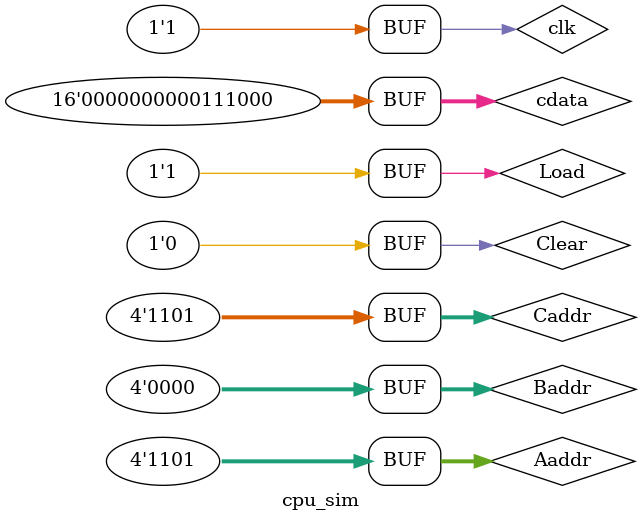
<source format=v>
module cpu_sim;

    /*
    reg [15:0]in0 = 0; 
    reg [15:0]in1 = 0;
    reg select = 0;
    wire [15:0]cout;
    */
    
    reg [3:0]Aaddr = 0, Baddr = 0, Caddr = 0;
    reg [15:0]cdata = 0;
    reg Load = 0, Clear = 0, clk = 0;
    wire [15:0]aout, bout;
    
    
    //TwotoOne_Mux dut (in0, in1, select, cout);
    reg_file rf_dut (aout, bout, cdata, Aaddr, Baddr, Caddr, Load, Clear, clk);

initial
    begin
        clk = 0;
        Clear = 0;
        Load = 0;
        Caddr = 13;
        cdata = 56;
        #50;
        clk = 1;
        Clear = 0;
        Load = 1;
        #50
        clk = 0;
        Aaddr = 13;
        #50
        clk = 1;
    end
endmodule
</source>
